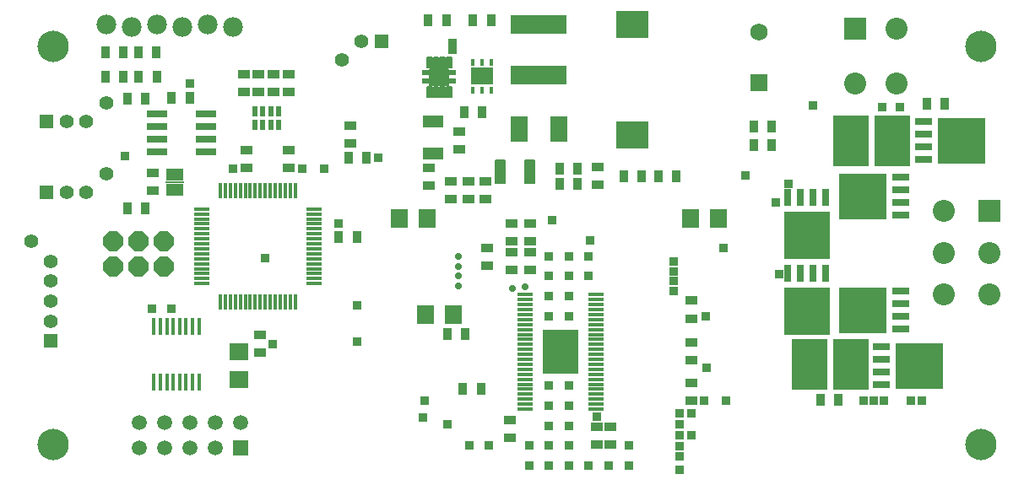
<source format=gts>
G75*
G70*
%OFA0B0*%
%FSLAX24Y24*%
%IPPOS*%
%LPD*%
%AMOC8*
5,1,8,0,0,1.08239X$1,22.5*
%
%ADD10R,0.0355X0.0512*%
%ADD11C,0.0780*%
%ADD12R,0.0512X0.0355*%
%ADD13R,0.0670X0.0749*%
%ADD14R,0.0749X0.0670*%
%ADD15R,0.0237X0.0434*%
%ADD16R,0.0820X0.0260*%
%ADD17R,0.0670X0.0500*%
%ADD18R,0.0720X0.0060*%
%ADD19C,0.1240*%
%ADD20C,0.0690*%
%ADD21R,0.0690X0.0690*%
%ADD22R,0.1420X0.2040*%
%ADD23R,0.0690X0.0276*%
%ADD24R,0.1851X0.1812*%
%ADD25R,0.0437X0.0437*%
%ADD26R,0.0276X0.0690*%
%ADD27R,0.1812X0.1851*%
%ADD28R,0.0180X0.0700*%
%ADD29C,0.0276*%
%ADD30R,0.0591X0.0158*%
%ADD31R,0.1410X0.1780*%
%ADD32R,0.0180X0.0370*%
%ADD33R,0.0730X0.0630*%
%ADD34C,0.0340*%
%ADD35C,0.0060*%
%ADD36R,0.0355X0.0197*%
%ADD37R,0.0370X0.0150*%
%ADD38R,0.0180X0.0280*%
%ADD39R,0.0870X0.0670*%
%ADD40R,0.0827X0.0512*%
%ADD41R,0.0709X0.1024*%
%ADD42R,0.1300X0.1064*%
%ADD43R,0.2205X0.0768*%
%ADD44C,0.0555*%
%ADD45R,0.0555X0.0555*%
%ADD46C,0.0552*%
%ADD47R,0.0867X0.0867*%
%ADD48C,0.0867*%
%ADD49R,0.0620X0.0150*%
%ADD50R,0.0150X0.0620*%
%ADD51OC8,0.0780*%
%ADD52R,0.0594X0.0594*%
%ADD53C,0.0594*%
%ADD54R,0.0317X0.0317*%
D10*
X017292Y006103D03*
X018000Y006103D03*
X017894Y003918D03*
X018603Y003918D03*
X013705Y009930D03*
X012996Y009930D03*
X013374Y013075D03*
X014083Y013075D03*
X017945Y014874D03*
X018654Y014874D03*
X021725Y012630D03*
X021725Y012040D03*
X022433Y012040D03*
X022433Y012630D03*
X024244Y012315D03*
X024953Y012315D03*
X025622Y012315D03*
X026331Y012315D03*
X029390Y013567D03*
X030099Y013567D03*
X030095Y014276D03*
X029386Y014276D03*
X036205Y015189D03*
X036914Y015189D03*
X019008Y018496D03*
X018300Y018496D03*
X017237Y018496D03*
X016528Y018496D03*
X007111Y015441D03*
X006402Y015441D03*
X005347Y015386D03*
X004638Y015386D03*
X004481Y016260D03*
X005099Y016268D03*
X005807Y016268D03*
X005780Y017237D03*
X005071Y017237D03*
X004481Y017237D03*
X003772Y017237D03*
X003772Y016260D03*
X004638Y011056D03*
X005347Y011056D03*
X032004Y003496D03*
X032713Y003496D03*
D11*
X008815Y018210D03*
X007815Y018310D03*
X006815Y018210D03*
X005815Y018310D03*
X004815Y018210D03*
X003815Y018310D03*
D12*
X009244Y016370D03*
X009835Y016370D03*
X010426Y016370D03*
X011016Y016370D03*
X011016Y015662D03*
X010426Y015662D03*
X009835Y015662D03*
X009244Y015662D03*
X009339Y013367D03*
X009339Y012658D03*
X011036Y012658D03*
X011036Y013367D03*
X013469Y013622D03*
X013469Y014331D03*
X016567Y012670D03*
X017433Y012119D03*
X018103Y012119D03*
X018772Y012119D03*
X018772Y011410D03*
X018103Y011410D03*
X017433Y011410D03*
X016567Y011961D03*
X017748Y013378D03*
X017748Y014087D03*
X023221Y012693D03*
X023221Y011985D03*
X020544Y010465D03*
X019835Y010465D03*
X019835Y009756D03*
X019835Y009323D03*
X020544Y009323D03*
X020544Y009756D03*
X018851Y009500D03*
X018851Y008792D03*
X019835Y008615D03*
X020544Y008615D03*
X026922Y007414D03*
X026922Y006705D03*
X026922Y005760D03*
X026922Y005052D03*
X026922Y004158D03*
X026922Y003449D03*
X023733Y002433D03*
X023181Y002433D03*
X023181Y001725D03*
X023733Y001725D03*
X019737Y001977D03*
X019737Y002685D03*
X009894Y005351D03*
X009894Y006059D03*
X005650Y011744D03*
X005650Y012453D03*
D13*
X015398Y010662D03*
X016500Y010662D03*
X016414Y006859D03*
X017516Y006859D03*
X026890Y010662D03*
X027993Y010662D03*
D14*
X009052Y005402D03*
X009052Y004300D03*
D15*
X009678Y014343D03*
X009993Y014343D03*
X010307Y014343D03*
X010622Y014343D03*
X010622Y014894D03*
X010307Y014894D03*
X009993Y014894D03*
X009678Y014894D03*
D16*
X007750Y014786D03*
X007750Y014286D03*
X007750Y013786D03*
X007750Y013286D03*
X005810Y013286D03*
X005810Y013786D03*
X005810Y014286D03*
X005810Y014786D03*
D17*
X006520Y012383D03*
X006520Y011783D03*
D18*
X006520Y012083D03*
D19*
X001725Y001725D03*
X001725Y017473D03*
X038339Y017473D03*
X038339Y001725D03*
D20*
X029580Y018037D03*
D21*
X029580Y016037D03*
D22*
X033231Y013721D03*
X034861Y013721D03*
X033208Y004902D03*
X031578Y004902D03*
D23*
X034418Y005085D03*
X034418Y004585D03*
X034418Y004085D03*
X034418Y005585D03*
X035170Y006290D03*
X035170Y006790D03*
X035170Y007290D03*
X035170Y007790D03*
X035170Y010778D03*
X035170Y011278D03*
X035170Y011778D03*
X035170Y012278D03*
X036083Y012983D03*
X036083Y013483D03*
X036083Y013983D03*
X036083Y014483D03*
D24*
X037579Y013733D03*
X033674Y011528D03*
X033674Y007040D03*
X035914Y004835D03*
D25*
X035961Y004835D03*
X035461Y004835D03*
X035461Y004335D03*
X035961Y004335D03*
X036461Y004335D03*
X036461Y004835D03*
X036461Y005335D03*
X035961Y005335D03*
X035461Y005335D03*
X034126Y006540D03*
X033626Y006540D03*
X033126Y006540D03*
X033126Y007040D03*
X033126Y007540D03*
X033626Y007540D03*
X034126Y007540D03*
X034126Y007040D03*
X033626Y007040D03*
X031981Y006933D03*
X031481Y006933D03*
X030981Y006933D03*
X030981Y006433D03*
X031481Y006433D03*
X031981Y006433D03*
X031981Y007433D03*
X031481Y007433D03*
X030981Y007433D03*
X030981Y009449D03*
X031481Y009449D03*
X031981Y009449D03*
X031981Y009949D03*
X031481Y009949D03*
X030981Y009949D03*
X030981Y010449D03*
X031481Y010449D03*
X031981Y010449D03*
X033126Y011028D03*
X033126Y011528D03*
X033626Y011528D03*
X034126Y011528D03*
X034126Y011028D03*
X033626Y011028D03*
X033626Y012028D03*
X034126Y012028D03*
X033126Y012028D03*
X037126Y013233D03*
X037126Y013733D03*
X037626Y013733D03*
X038126Y013733D03*
X038126Y013233D03*
X037626Y013233D03*
X037626Y014233D03*
X038126Y014233D03*
X037126Y014233D03*
D26*
X032231Y011493D03*
X031731Y011493D03*
X031231Y011493D03*
X030731Y011493D03*
X030731Y008477D03*
X031231Y008477D03*
X031731Y008477D03*
X032231Y008477D03*
D27*
X031481Y006981D03*
X031481Y009996D03*
D28*
X007487Y006406D03*
X007227Y006406D03*
X006967Y006406D03*
X006717Y006406D03*
X006457Y006406D03*
X006207Y006406D03*
X005947Y006406D03*
X005687Y006406D03*
X005687Y004186D03*
X005947Y004186D03*
X006207Y004186D03*
X006457Y004186D03*
X006717Y004186D03*
X006967Y004186D03*
X007227Y004186D03*
X007487Y004186D03*
D29*
X017709Y008004D03*
X017717Y008378D03*
X017717Y008760D03*
X017721Y009154D03*
X019859Y007886D03*
X020355Y007957D03*
D30*
X020367Y007650D03*
X020367Y007453D03*
X020367Y007256D03*
X020367Y007059D03*
X020367Y006863D03*
X020367Y006666D03*
X020367Y006469D03*
X020367Y006272D03*
X020367Y006075D03*
X020367Y005878D03*
X020367Y005681D03*
X020367Y005485D03*
X020367Y005288D03*
X020367Y005091D03*
X020367Y004894D03*
X020367Y004697D03*
X020367Y004500D03*
X020367Y004304D03*
X020367Y004107D03*
X020367Y003910D03*
X020367Y003713D03*
X020367Y003516D03*
X020367Y003319D03*
X020367Y003122D03*
X023162Y003122D03*
X023162Y003319D03*
X023162Y003516D03*
X023162Y003713D03*
X023162Y003910D03*
X023162Y004107D03*
X023162Y004304D03*
X023162Y004500D03*
X023162Y004697D03*
X023162Y004894D03*
X023162Y005091D03*
X023162Y005288D03*
X023162Y005485D03*
X023162Y005681D03*
X023162Y005878D03*
X023162Y006075D03*
X023162Y006272D03*
X023162Y006469D03*
X023162Y006666D03*
X023162Y006863D03*
X023162Y007059D03*
X023162Y007256D03*
X023162Y007453D03*
X023162Y007650D03*
D31*
X021764Y005386D03*
D32*
X017341Y015672D03*
X017091Y015672D03*
X016831Y015672D03*
X016581Y015672D03*
X016581Y016832D03*
X016831Y016832D03*
X017091Y016832D03*
X017341Y016832D03*
D33*
X016961Y016252D03*
D34*
X016801Y016252D03*
X017121Y016252D03*
D35*
X017301Y016132D02*
X017301Y016032D01*
X017581Y016032D01*
X017581Y016132D01*
X017301Y016132D01*
X017331Y016172D02*
X016591Y016172D01*
X016591Y015932D01*
X016731Y015932D01*
X017191Y015932D01*
X017191Y016572D01*
X016731Y016572D01*
X016591Y016572D01*
X016591Y016332D01*
X017331Y016332D01*
X017331Y016172D01*
X017331Y015932D01*
X017191Y015932D01*
X017181Y015862D02*
X017181Y015472D01*
X016991Y015472D01*
X016991Y015862D01*
X017181Y015862D01*
X017251Y015862D02*
X017251Y015472D01*
X017441Y015472D01*
X017441Y015862D01*
X017251Y015862D01*
X017041Y015932D02*
X016881Y015932D01*
X016881Y016572D01*
X017041Y016572D01*
X017041Y015932D01*
X016931Y015862D02*
X016931Y015472D01*
X016741Y015472D01*
X016741Y015862D01*
X016931Y015862D01*
X016731Y015932D02*
X016731Y016572D01*
X016741Y016642D02*
X016931Y016642D01*
X016931Y017032D01*
X016741Y017032D01*
X016741Y016642D01*
X016671Y016642D02*
X016671Y017032D01*
X016481Y017032D01*
X016481Y016642D01*
X016671Y016642D01*
X016621Y016472D02*
X016341Y016472D01*
X016341Y016372D01*
X016621Y016372D01*
X016621Y016472D01*
X016591Y016332D02*
X016591Y016172D01*
X016621Y016132D02*
X016621Y016032D01*
X016341Y016032D01*
X016341Y016132D01*
X016621Y016132D01*
X016671Y015862D02*
X016671Y015472D01*
X016481Y015472D01*
X016481Y015862D01*
X016671Y015862D01*
X017331Y016332D02*
X017331Y016572D01*
X017191Y016572D01*
X017181Y016642D02*
X017181Y017032D01*
X016991Y017032D01*
X016991Y016642D01*
X017181Y016642D01*
X017251Y016642D02*
X017251Y017032D01*
X017441Y017032D01*
X017441Y016642D01*
X017251Y016642D01*
X017301Y016472D02*
X017301Y016372D01*
X017301Y016472D02*
X017581Y016472D01*
X017581Y016372D01*
X019193Y012972D02*
X019553Y012972D01*
X019553Y012832D01*
X019193Y012832D01*
X019193Y012972D01*
X019193Y012782D02*
X019553Y012782D01*
X019553Y012642D01*
X019193Y012642D01*
X019193Y012782D01*
X019193Y012582D02*
X019553Y012582D01*
X019553Y012442D01*
X019193Y012442D01*
X019193Y012582D01*
X019193Y012382D02*
X019553Y012382D01*
X019553Y012242D01*
X019193Y012242D01*
X019193Y012382D01*
X019193Y012192D02*
X019553Y012192D01*
X019553Y012052D01*
X019193Y012052D01*
X019193Y012192D01*
X020353Y012192D02*
X020713Y012192D01*
X020713Y012052D01*
X020353Y012052D01*
X020353Y012192D01*
X020353Y012242D02*
X020713Y012242D01*
X020713Y012382D01*
X020353Y012382D01*
X020353Y012242D01*
X020353Y012442D02*
X020713Y012442D01*
X020713Y012582D01*
X020353Y012582D01*
X020353Y012442D01*
X020353Y012642D02*
X020713Y012642D01*
X020713Y012782D01*
X020353Y012782D01*
X020353Y012642D01*
X020353Y012832D02*
X020713Y012832D01*
X020713Y012972D01*
X020353Y012972D01*
X020353Y012832D01*
D36*
X017453Y016079D03*
X017453Y016426D03*
X016469Y016426D03*
X016469Y016079D03*
D37*
X019373Y012902D03*
X019373Y012712D03*
X019373Y012512D03*
X019373Y012312D03*
X019373Y012122D03*
X020533Y012122D03*
X020533Y012312D03*
X020533Y012512D03*
X020533Y012712D03*
X020533Y012902D03*
D38*
X019024Y015742D03*
X018654Y015742D03*
X018284Y015742D03*
X018284Y016842D03*
X018654Y016842D03*
X019024Y016842D03*
D39*
X018654Y016292D03*
D40*
X016725Y014481D03*
X016725Y013221D03*
D41*
X020111Y014205D03*
X021685Y014205D03*
D42*
X024599Y013949D03*
X024599Y018319D03*
D43*
X020898Y018319D03*
X020898Y016311D03*
D44*
X013890Y017670D03*
X003024Y014481D03*
X002237Y014481D03*
X002237Y011685D03*
X003024Y011685D03*
X001607Y008969D03*
X001607Y008181D03*
X001607Y007394D03*
X001607Y006607D03*
D45*
X001607Y005819D03*
X001449Y011685D03*
X001449Y014481D03*
X014678Y017670D03*
D46*
X013103Y016922D03*
X003811Y015229D03*
X003811Y012433D03*
X000859Y009756D03*
D47*
X033378Y018162D03*
X038674Y010957D03*
D48*
X036902Y010957D03*
X036902Y009304D03*
X038674Y009304D03*
X038674Y007650D03*
X036902Y007650D03*
X035032Y015996D03*
X033378Y015996D03*
X035032Y018162D03*
D49*
X012006Y011039D03*
X012006Y010839D03*
X012006Y010639D03*
X012006Y010449D03*
X012006Y010249D03*
X012006Y010049D03*
X012006Y009859D03*
X012006Y009659D03*
X012006Y009459D03*
X012006Y009259D03*
X012006Y009069D03*
X012006Y008869D03*
X012006Y008669D03*
X012006Y008479D03*
X012006Y008279D03*
X012006Y008079D03*
X007586Y008079D03*
X007586Y008279D03*
X007586Y008479D03*
X007586Y008669D03*
X007586Y008869D03*
X007586Y009069D03*
X007586Y009259D03*
X007586Y009459D03*
X007586Y009659D03*
X007586Y009859D03*
X007586Y010049D03*
X007586Y010249D03*
X007586Y010449D03*
X007586Y010639D03*
X007586Y010839D03*
X007586Y011039D03*
D50*
X008316Y011769D03*
X008516Y011769D03*
X008716Y011769D03*
X008906Y011769D03*
X009106Y011769D03*
X009306Y011769D03*
X009496Y011769D03*
X009696Y011769D03*
X009896Y011769D03*
X010096Y011769D03*
X010286Y011769D03*
X010486Y011769D03*
X010686Y011769D03*
X010876Y011769D03*
X011076Y011769D03*
X011276Y011769D03*
X011276Y007349D03*
X011076Y007349D03*
X010876Y007349D03*
X010686Y007349D03*
X010486Y007349D03*
X010286Y007349D03*
X010096Y007349D03*
X009896Y007349D03*
X009696Y007349D03*
X009496Y007349D03*
X009306Y007349D03*
X009106Y007349D03*
X008906Y007349D03*
X008716Y007349D03*
X008516Y007349D03*
X008316Y007349D03*
D51*
X006071Y008744D03*
X005071Y008744D03*
X004071Y008744D03*
X004071Y009744D03*
X005071Y009744D03*
X006071Y009744D03*
D52*
X009119Y001579D03*
D53*
X008119Y001579D03*
X007119Y001579D03*
X006119Y001579D03*
X005119Y001579D03*
X005119Y002579D03*
X006119Y002579D03*
X007119Y002579D03*
X008119Y002579D03*
X009119Y002579D03*
D54*
X010386Y005701D03*
X013733Y005780D03*
X013733Y007237D03*
X010071Y009087D03*
X012985Y010465D03*
X012433Y012630D03*
X011567Y012630D03*
X008823Y012630D03*
X004559Y013142D03*
X007119Y015977D03*
X014559Y013063D03*
X021410Y010583D03*
X022906Y009796D03*
X022867Y009166D03*
X022079Y009166D03*
X021292Y009166D03*
X021292Y008378D03*
X022079Y008378D03*
X022867Y008378D03*
X022079Y007591D03*
X021292Y007591D03*
X021292Y006804D03*
X022079Y006804D03*
X022079Y006016D03*
X021764Y006016D03*
X021449Y006016D03*
X021449Y005701D03*
X021449Y005386D03*
X021764Y005386D03*
X022079Y005386D03*
X022079Y005701D03*
X021764Y005701D03*
X021764Y005071D03*
X021764Y004756D03*
X021449Y004756D03*
X021449Y005071D03*
X022079Y005071D03*
X022079Y004756D03*
X022079Y004048D03*
X021292Y004048D03*
X021292Y003260D03*
X022079Y003260D03*
X023181Y002827D03*
X022079Y002473D03*
X021292Y002473D03*
X021292Y001685D03*
X022079Y001685D03*
X022079Y000898D03*
X021292Y000898D03*
X020504Y000898D03*
X020504Y001685D03*
X018930Y001685D03*
X018142Y001685D03*
X017276Y002512D03*
X016331Y002788D03*
X016370Y003457D03*
X022867Y000898D03*
X023654Y000898D03*
X024441Y000898D03*
X024441Y001685D03*
X026449Y001666D03*
X026449Y002079D03*
X026922Y002079D03*
X026449Y002512D03*
X026449Y002945D03*
X026922Y002945D03*
X027430Y003449D03*
X028300Y003449D03*
X027512Y004756D03*
X027473Y006804D03*
X026213Y007788D03*
X026213Y008181D03*
X026213Y008575D03*
X026213Y008969D03*
X028181Y009481D03*
X030378Y008473D03*
X030268Y011292D03*
X030741Y012040D03*
X029048Y012355D03*
X031725Y015111D03*
X034441Y015071D03*
X035150Y015071D03*
X017473Y017331D03*
X017473Y017607D03*
X006370Y007079D03*
X005622Y007079D03*
X026449Y001252D03*
X026449Y000741D03*
X033733Y003457D03*
X034126Y003457D03*
X034520Y003457D03*
X035583Y003457D03*
X036016Y003457D03*
M02*

</source>
